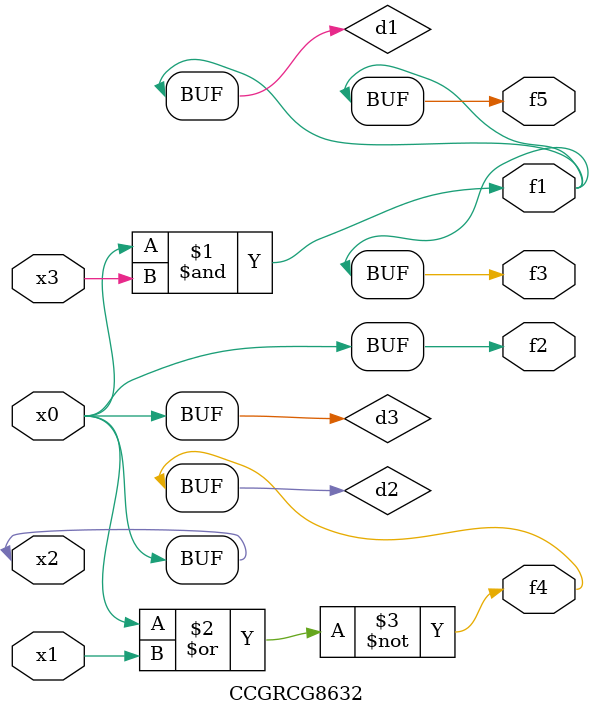
<source format=v>
module CCGRCG8632(
	input x0, x1, x2, x3,
	output f1, f2, f3, f4, f5
);

	wire d1, d2, d3;

	and (d1, x2, x3);
	nor (d2, x0, x1);
	buf (d3, x0, x2);
	assign f1 = d1;
	assign f2 = d3;
	assign f3 = d1;
	assign f4 = d2;
	assign f5 = d1;
endmodule

</source>
